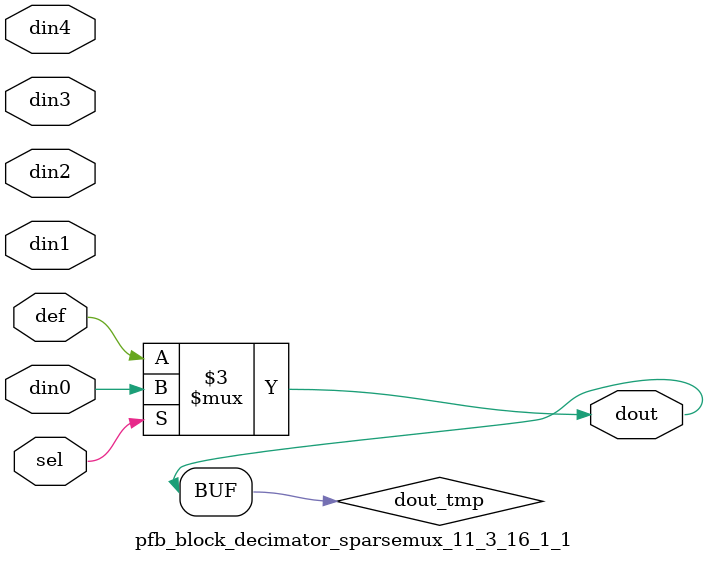
<source format=v>
`timescale 1ns / 1ps

module pfb_block_decimator_sparsemux_11_3_16_1_1 (din0,din1,din2,din3,din4,def,sel,dout);

parameter din0_WIDTH = 1;

parameter din1_WIDTH = 1;

parameter din2_WIDTH = 1;

parameter din3_WIDTH = 1;

parameter din4_WIDTH = 1;

parameter def_WIDTH = 1;
parameter sel_WIDTH = 1;
parameter dout_WIDTH = 1;

parameter [sel_WIDTH-1:0] CASE0 = 1;

parameter [sel_WIDTH-1:0] CASE1 = 1;

parameter [sel_WIDTH-1:0] CASE2 = 1;

parameter [sel_WIDTH-1:0] CASE3 = 1;

parameter [sel_WIDTH-1:0] CASE4 = 1;

parameter ID = 1;
parameter NUM_STAGE = 1;



input [din0_WIDTH-1:0] din0;

input [din1_WIDTH-1:0] din1;

input [din2_WIDTH-1:0] din2;

input [din3_WIDTH-1:0] din3;

input [din4_WIDTH-1:0] din4;

input [def_WIDTH-1:0] def;
input [sel_WIDTH-1:0] sel;

output [dout_WIDTH-1:0] dout;



reg [dout_WIDTH-1:0] dout_tmp;

always @ (*) begin
case (sel)
    
    CASE0 : dout_tmp = din0;
    
    CASE1 : dout_tmp = din1;
    
    CASE2 : dout_tmp = din2;
    
    CASE3 : dout_tmp = din3;
    
    CASE4 : dout_tmp = din4;
    
    default : dout_tmp = def;
endcase
end


assign dout = dout_tmp;



endmodule

</source>
